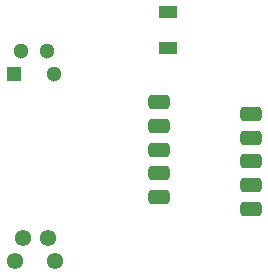
<source format=gts>
<<<<<<< HEAD
G04 #@! TF.GenerationSoftware,KiCad,Pcbnew,9.0.4*
G04 #@! TF.CreationDate,2025-10-29T22:07:03-04:00*
=======
G04 #@! TF.GenerationSoftware,KiCad,Pcbnew,9.0.5*
G04 #@! TF.CreationDate,2025-10-27T21:44:09-04:00*
>>>>>>> 94e9d9a2ab222a4b9b90d4e70c500494e664c6e2
G04 #@! TF.ProjectId,main_board_peripheral_v1,6d61696e-5f62-46f6-9172-645f70657269,rev?*
G04 #@! TF.SameCoordinates,Original*
G04 #@! TF.FileFunction,Soldermask,Top*
G04 #@! TF.FilePolarity,Negative*
%FSLAX46Y46*%
G04 Gerber Fmt 4.6, Leading zero omitted, Abs format (unit mm)*
<<<<<<< HEAD
G04 Created by KiCad (PCBNEW 9.0.4) date 2025-10-29 22:07:03*
=======
G04 Created by KiCad (PCBNEW 9.0.5) date 2025-10-27 21:44:09*
>>>>>>> 94e9d9a2ab222a4b9b90d4e70c500494e664c6e2
%MOMM*%
%LPD*%
G01*
G04 APERTURE LIST*
G04 Aperture macros list*
%AMRoundRect*
0 Rectangle with rounded corners*
0 $1 Rounding radius*
0 $2 $3 $4 $5 $6 $7 $8 $9 X,Y pos of 4 corners*
0 Add a 4 corners polygon primitive as box body*
4,1,4,$2,$3,$4,$5,$6,$7,$8,$9,$2,$3,0*
0 Add four circle primitives for the rounded corners*
1,1,$1+$1,$2,$3*
1,1,$1+$1,$4,$5*
1,1,$1+$1,$6,$7*
1,1,$1+$1,$8,$9*
0 Add four rect primitives between the rounded corners*
20,1,$1+$1,$2,$3,$4,$5,0*
20,1,$1+$1,$4,$5,$6,$7,0*
20,1,$1+$1,$6,$7,$8,$9,0*
20,1,$1+$1,$8,$9,$2,$3,0*%
G04 Aperture macros list end*
%ADD10RoundRect,0.300000X-0.600000X-0.300000X0.600000X-0.300000X0.600000X0.300000X-0.600000X0.300000X0*%
%ADD11R,1.600000X1.000000*%
%ADD12R,1.300000X1.300000*%
%ADD13C,1.300000*%
%ADD14C,1.381000*%
G04 APERTURE END LIST*
D10*
X125900000Y-68587500D03*
X125900000Y-70587500D03*
X125900000Y-72587500D03*
X125900000Y-74587500D03*
X125900000Y-76587500D03*
X133700000Y-69587500D03*
X133700000Y-71587500D03*
X133700000Y-73587500D03*
X133700000Y-75587500D03*
X133700000Y-77587500D03*
D11*
X126650000Y-60975000D03*
X126650000Y-63975000D03*
D12*
X113625000Y-66225000D03*
D13*
X114250000Y-64275000D03*
X117025000Y-66225000D03*
X116400000Y-64275000D03*
D14*
X117125000Y-82050000D03*
X116500000Y-80100000D03*
X113725000Y-82050000D03*
X114350000Y-80100000D03*
M02*

</source>
